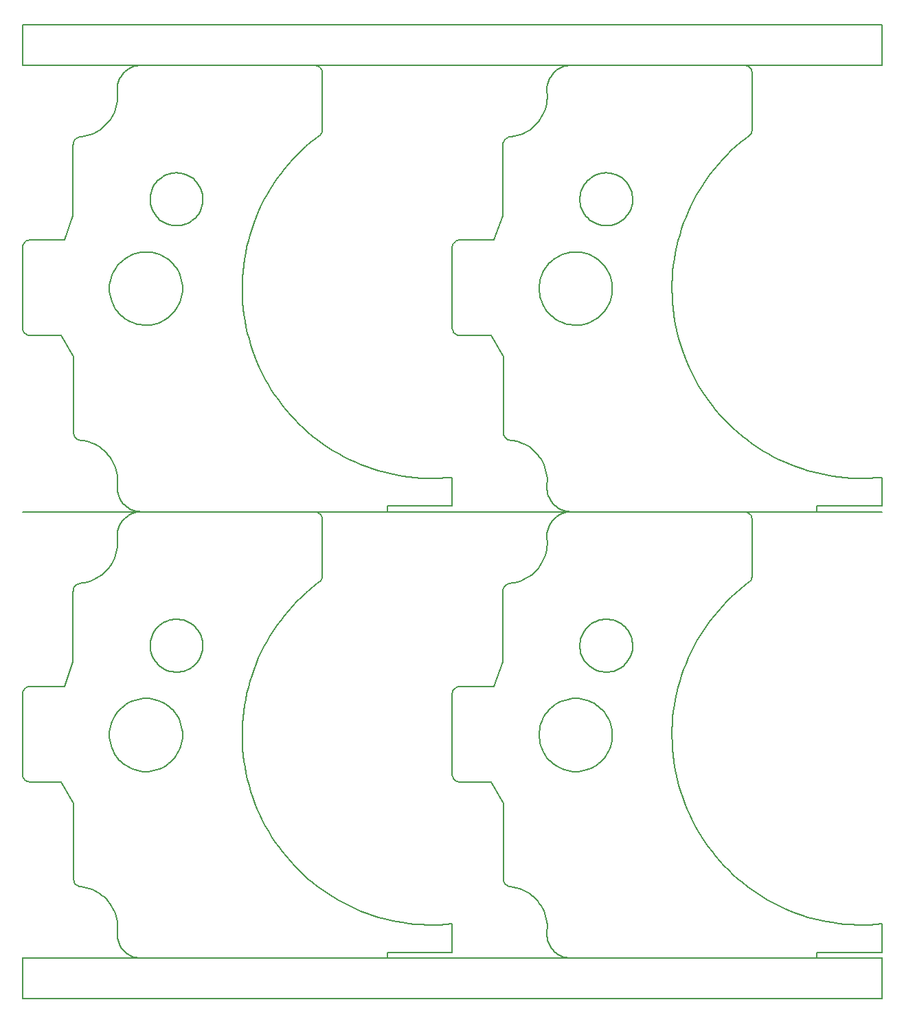
<source format=gko>
*
%FSLAX26Y26*%
%MOIN*%
%ADD10C,0.007874*%
%IPPOS*%
%LN4810009-2820242.gko*%
%LPD*%
G75*
G54D10*
X422440Y1279530D02*
X422933Y1266309D01*
X424410Y1253161D01*
X426863Y1240160D01*
X430277Y1227378D01*
X434635Y1214885D01*
X439911Y1202752D01*
X446076Y1191046D01*
X453097Y1179832D01*
X460934Y1169172D01*
X469543Y1159126D01*
X478876Y1149749D01*
X488883Y1141094D01*
X499507Y1133208D01*
X510688Y1126136D01*
X522366Y1119916D01*
X534474Y1114584D01*
X546946Y1110170D01*
X559713Y1106696D01*
X572702Y1104184D01*
X585843Y1102646D01*
X599062Y1102092D01*
X612286Y1102524D01*
X625440Y1103941D01*
X638452Y1106333D01*
X651250Y1109689D01*
X663762Y1113988D01*
X675919Y1119209D01*
X687654Y1125320D01*
X698900Y1132289D01*
X709596Y1140076D01*
X719682Y1148639D01*
X729102Y1157929D01*
X737803Y1167896D01*
X745738Y1178483D01*
X752861Y1189632D01*
X759135Y1201281D01*
X764522Y1213364D01*
X768995Y1225816D01*
X772527Y1238566D01*
X775099Y1251544D01*
X776697Y1264678D01*
X777313Y1277894D01*
X777320Y1279530D01*
X776827Y1292751D01*
X775350Y1305899D01*
X772897Y1318900D01*
X769483Y1331682D01*
X765125Y1344175D01*
X759849Y1356308D01*
X753684Y1368014D01*
X746663Y1379228D01*
X738827Y1389888D01*
X730218Y1399934D01*
X720884Y1409311D01*
X710877Y1417966D01*
X700254Y1425852D01*
X689072Y1432924D01*
X677394Y1439144D01*
X665286Y1444476D01*
X652814Y1448890D01*
X640048Y1452364D01*
X627058Y1454876D01*
X613917Y1456414D01*
X600698Y1456968D01*
X587475Y1456536D01*
X574320Y1455119D01*
X561308Y1452727D01*
X548510Y1449371D01*
X535998Y1445072D01*
X523841Y1439851D01*
X512106Y1433740D01*
X500860Y1426771D01*
X490164Y1418984D01*
X480078Y1410421D01*
X470658Y1401131D01*
X461957Y1391164D01*
X454022Y1380577D01*
X446899Y1369428D01*
X440626Y1357779D01*
X435238Y1345696D01*
X430765Y1333244D01*
X427233Y1320494D01*
X424661Y1307516D01*
X423063Y1294382D01*
X422448Y1281166D01*
X422440Y1279530D01*
X876260Y1712600D02*
X875767Y1723835D01*
X874291Y1734984D01*
X871844Y1745961D01*
X868445Y1756681D01*
X864120Y1767062D01*
X858901Y1777025D01*
X852830Y1786491D01*
X845953Y1795389D01*
X838322Y1803651D01*
X829997Y1811212D01*
X821042Y1818015D01*
X811525Y1824006D01*
X801519Y1829141D01*
X791102Y1833380D01*
X780354Y1836689D01*
X769357Y1839044D01*
X758196Y1840426D01*
X746957Y1840825D01*
X735726Y1840238D01*
X724590Y1838669D01*
X713634Y1836131D01*
X702943Y1832642D01*
X692598Y1828230D01*
X682680Y1822928D01*
X673264Y1816778D01*
X664424Y1809826D01*
X656227Y1802127D01*
X648735Y1793739D01*
X642008Y1784727D01*
X636096Y1775160D01*
X631045Y1765112D01*
X626894Y1754660D01*
X623675Y1743884D01*
X621412Y1732868D01*
X620123Y1721696D01*
X619800Y1712600D01*
X620293Y1701365D01*
X621769Y1690216D01*
X624216Y1679239D01*
X627615Y1668519D01*
X631940Y1658138D01*
X637159Y1648175D01*
X643230Y1638709D01*
X650107Y1629811D01*
X657738Y1621549D01*
X666063Y1613988D01*
X675019Y1607185D01*
X684536Y1601194D01*
X694541Y1596059D01*
X704958Y1591820D01*
X715706Y1588511D01*
X726703Y1586156D01*
X737864Y1584774D01*
X749103Y1584375D01*
X760334Y1584962D01*
X771470Y1586531D01*
X782426Y1589069D01*
X793117Y1592558D01*
X803462Y1596970D01*
X813380Y1602272D01*
X822796Y1608422D01*
X831636Y1615374D01*
X839833Y1623073D01*
X847325Y1631461D01*
X854052Y1640473D01*
X859964Y1650040D01*
X865015Y1660088D01*
X869166Y1670540D01*
X872385Y1681316D01*
X874648Y1692332D01*
X875937Y1703504D01*
X876260Y1712600D01*
X619800D02*
X620293Y1701365D01*
X621769Y1690216D01*
X624216Y1679239D01*
X627615Y1668519D01*
X631940Y1658138D01*
X637159Y1648175D01*
X643230Y1638709D01*
X650107Y1629811D01*
X657738Y1621549D01*
X666063Y1613988D01*
X675019Y1607185D01*
X684536Y1601194D01*
X694541Y1596059D01*
X704958Y1591820D01*
X715706Y1588511D01*
X726703Y1586156D01*
X737864Y1584774D01*
X749103Y1584375D01*
X760334Y1584962D01*
X771470Y1586531D01*
X782426Y1589069D01*
X793117Y1592558D01*
X803462Y1596970D01*
X813380Y1602272D01*
X822796Y1608422D01*
X831636Y1615374D01*
X839833Y1623073D01*
X847325Y1631461D01*
X854052Y1640473D01*
X859964Y1650040D01*
X865015Y1660088D01*
X869166Y1670540D01*
X872385Y1681316D01*
X874648Y1692332D01*
X875937Y1703504D01*
X876260Y1712600D01*
X875767Y1723835D01*
X874291Y1734984D01*
X871844Y1745961D01*
X868445Y1756681D01*
X864120Y1767062D01*
X858901Y1777025D01*
X852830Y1786491D01*
X845953Y1795389D01*
X838322Y1803651D01*
X829997Y1811212D01*
X821042Y1818015D01*
X811525Y1824006D01*
X801519Y1829141D01*
X791102Y1833380D01*
X780354Y1836689D01*
X769357Y1839044D01*
X758196Y1840426D01*
X746957Y1840825D01*
X735726Y1840238D01*
X724590Y1838669D01*
X713634Y1836131D01*
X702943Y1832642D01*
X692598Y1828230D01*
X682680Y1822928D01*
X673264Y1816778D01*
X664424Y1809826D01*
X656227Y1802127D01*
X648735Y1793739D01*
X642008Y1784727D01*
X636096Y1775160D01*
X631045Y1765112D01*
X626894Y1754660D01*
X623675Y1743884D01*
X621412Y1732868D01*
X620123Y1721696D01*
X619800Y1712600D01*
X422440Y1279530D02*
X422933Y1266309D01*
X424410Y1253161D01*
X426863Y1240160D01*
X430277Y1227378D01*
X434635Y1214885D01*
X439911Y1202752D01*
X446076Y1191046D01*
X453097Y1179832D01*
X460934Y1169172D01*
X469543Y1159126D01*
X478876Y1149749D01*
X488883Y1141094D01*
X499507Y1133208D01*
X510688Y1126136D01*
X522366Y1119916D01*
X534474Y1114584D01*
X546946Y1110170D01*
X559713Y1106696D01*
X572702Y1104184D01*
X585843Y1102646D01*
X599062Y1102092D01*
X612286Y1102524D01*
X625440Y1103941D01*
X638452Y1106333D01*
X651250Y1109689D01*
X663762Y1113988D01*
X675919Y1119209D01*
X687654Y1125320D01*
X698900Y1132289D01*
X709596Y1140076D01*
X719682Y1148639D01*
X729102Y1157929D01*
X737803Y1167896D01*
X745738Y1178483D01*
X752861Y1189632D01*
X759135Y1201281D01*
X764522Y1213364D01*
X768995Y1225816D01*
X772527Y1238566D01*
X775099Y1251544D01*
X776697Y1264678D01*
X777313Y1277894D01*
X777320Y1279530D01*
X776827Y1292751D01*
X775350Y1305899D01*
X772897Y1318900D01*
X769483Y1331682D01*
X765125Y1344175D01*
X759849Y1356308D01*
X753684Y1368014D01*
X746663Y1379228D01*
X738827Y1389888D01*
X730218Y1399934D01*
X720884Y1409311D01*
X710877Y1417966D01*
X700254Y1425852D01*
X689072Y1432924D01*
X677394Y1439144D01*
X665286Y1444476D01*
X652814Y1448890D01*
X640048Y1452364D01*
X627058Y1454876D01*
X613917Y1456414D01*
X600698Y1456968D01*
X587475Y1456536D01*
X574320Y1455119D01*
X561308Y1452727D01*
X548510Y1449371D01*
X535998Y1445072D01*
X523841Y1439851D01*
X512106Y1433740D01*
X500860Y1426771D01*
X490164Y1418984D01*
X480078Y1410421D01*
X470658Y1401131D01*
X461957Y1391164D01*
X454022Y1380577D01*
X446899Y1369428D01*
X440626Y1357779D01*
X435238Y1345696D01*
X430765Y1333244D01*
X427233Y1320494D01*
X424661Y1307516D01*
X423063Y1294382D01*
X422448Y1281166D01*
X422440Y1279530D01*
X619800Y1712600D02*
X620293Y1701365D01*
X621769Y1690216D01*
X624216Y1679239D01*
X627615Y1668519D01*
X631940Y1658138D01*
X637159Y1648175D01*
X643230Y1638709D01*
X650107Y1629811D01*
X657738Y1621549D01*
X666063Y1613988D01*
X675019Y1607185D01*
X684536Y1601194D01*
X694541Y1596059D01*
X704958Y1591820D01*
X715706Y1588511D01*
X726703Y1586156D01*
X737864Y1584774D01*
X749103Y1584375D01*
X760334Y1584962D01*
X771470Y1586531D01*
X782426Y1589069D01*
X793117Y1592558D01*
X803462Y1596970D01*
X813380Y1602272D01*
X822796Y1608422D01*
X831636Y1615374D01*
X839833Y1623073D01*
X847325Y1631461D01*
X854052Y1640473D01*
X859964Y1650040D01*
X865015Y1660088D01*
X869166Y1670540D01*
X872385Y1681316D01*
X874648Y1692332D01*
X875937Y1703504D01*
X876260Y1712600D01*
X875767Y1723835D01*
X874291Y1734984D01*
X871844Y1745961D01*
X868445Y1756681D01*
X864120Y1767062D01*
X858901Y1777025D01*
X852830Y1786491D01*
X845953Y1795389D01*
X838322Y1803651D01*
X829997Y1811212D01*
X821042Y1818015D01*
X811525Y1824006D01*
X801519Y1829141D01*
X791102Y1833380D01*
X780354Y1836689D01*
X769357Y1839044D01*
X758196Y1840426D01*
X746957Y1840825D01*
X735726Y1840238D01*
X724590Y1838669D01*
X713634Y1836131D01*
X702943Y1832642D01*
X692598Y1828230D01*
X682680Y1822928D01*
X673264Y1816778D01*
X664424Y1809826D01*
X656227Y1802127D01*
X648735Y1793739D01*
X642008Y1784727D01*
X636096Y1775160D01*
X631045Y1765112D01*
X626894Y1754660D01*
X623675Y1743884D01*
X621412Y1732868D01*
X620123Y1721696D01*
X619800Y1712600D01*
X282250Y2015540D02*
X276112Y2014493D01*
X270215Y2012491D01*
X264708Y2009585D01*
X259728Y2005847D01*
X255400Y2001370D01*
X251832Y1996267D01*
X249113Y1990665D01*
X247311Y1984704D01*
X246472Y1978534D01*
X246410Y1976330D01*
Y1633610D01*
X203420Y1515500D01*
X39370D01*
X33163Y1515008D01*
X27110Y1513543D01*
X21365Y1511142D01*
X16070Y1507865D01*
X11358Y1503794D01*
X7346Y1499031D01*
X4136Y1493696D01*
X1807Y1487920D01*
X418Y1481850D01*
X0Y1476130D01*
Y1090550D01*
X492Y1084343D01*
X1957Y1078290D01*
X4358Y1072545D01*
X7635Y1067250D01*
X11706Y1062538D01*
X16469Y1058526D01*
X21804Y1055316D01*
X27580Y1052987D01*
X33650Y1051598D01*
X39370Y1051180D01*
X188970D01*
X248030Y948890D01*
Y582560D01*
X248522Y576352D01*
X249987Y570300D01*
X252388Y564554D01*
X255664Y559259D01*
X259735Y554546D01*
X264497Y550535D01*
X269833Y547324D01*
X275608Y544995D01*
X281678Y543605D01*
X283610Y543370D01*
X297424Y541538D01*
X311073Y538734D01*
X324490Y534971D01*
X337607Y530268D01*
X350358Y524649D01*
X362680Y518142D01*
X374511Y510779D01*
X385790Y502598D01*
X396463Y493639D01*
X406475Y483947D01*
X415777Y473571D01*
X424320Y462563D01*
X432064Y450978D01*
X438969Y438875D01*
X444999Y426313D01*
X450126Y413356D01*
X454323Y400068D01*
X457570Y386517D01*
X459850Y372770D01*
X461151Y358897D01*
X461467Y344966D01*
X460797Y331047D01*
X460430Y327130D01*
X459810Y316355D01*
X460175Y305568D01*
X461524Y294860D01*
X463845Y284319D01*
X467118Y274035D01*
X471317Y264092D01*
X476405Y254574D01*
X482341Y245560D01*
X489075Y237125D01*
X496551Y229341D01*
X504707Y222272D01*
X513474Y215976D01*
X522778Y210507D01*
X532544Y205911D01*
X542688Y202224D01*
X553126Y199480D01*
X563771Y197699D01*
X574534Y196898D01*
X577910Y196850D01*
X1770090D01*
Y224400D01*
X2085470D01*
Y363420D01*
X2055438Y360727D01*
X2025334Y359019D01*
X1995190Y358297D01*
X1965039Y358561D01*
X1934912Y359812D01*
X1904842Y362049D01*
X1874862Y365268D01*
X1845003Y369466D01*
X1815298Y374640D01*
X1785778Y380783D01*
X1756474Y387888D01*
X1727419Y395949D01*
X1698643Y404956D01*
X1670178Y414900D01*
X1642053Y425770D01*
X1614299Y437555D01*
X1586945Y450242D01*
X1560021Y463817D01*
X1533556Y478266D01*
X1507578Y493573D01*
X1482114Y509722D01*
X1457193Y526696D01*
X1432841Y544476D01*
X1409083Y563044D01*
X1385946Y582379D01*
X1363454Y602461D01*
X1341631Y623268D01*
X1320501Y644779D01*
X1300086Y666969D01*
X1280408Y689815D01*
X1261489Y713294D01*
X1243347Y737378D01*
X1226004Y762044D01*
X1209477Y787264D01*
X1193785Y813011D01*
X1178943Y839258D01*
X1164968Y865976D01*
X1151875Y893138D01*
X1139678Y920713D01*
X1128390Y948673D01*
X1118023Y976988D01*
X1108588Y1005626D01*
X1100095Y1034558D01*
X1092554Y1063752D01*
X1085972Y1093177D01*
X1080356Y1122802D01*
X1075713Y1152595D01*
X1072048Y1182524D01*
X1069363Y1212557D01*
X1067664Y1242662D01*
X1066950Y1272806D01*
X1067223Y1302957D01*
X1068482Y1333083D01*
X1070727Y1363152D01*
X1073955Y1393132D01*
X1078162Y1422989D01*
X1083343Y1452693D01*
X1089494Y1482212D01*
X1096608Y1511513D01*
X1104677Y1540566D01*
X1113692Y1569339D01*
X1123644Y1597802D01*
X1134522Y1625924D01*
X1146315Y1653675D01*
X1159009Y1681025D01*
X1172592Y1707945D01*
X1187048Y1734406D01*
X1202363Y1760380D01*
X1218519Y1785839D01*
X1235500Y1810756D01*
X1253287Y1835103D01*
X1271861Y1858855D01*
X1291203Y1881987D01*
X1311291Y1904473D01*
X1332105Y1926290D01*
X1353621Y1947414D01*
X1375817Y1967823D01*
X1398669Y1987495D01*
X1422152Y2006408D01*
X1439580Y2019650D01*
X1444274Y2023742D01*
X1448265Y2028523D01*
X1451451Y2033874D01*
X1453755Y2039660D01*
X1455117Y2045737D01*
X1455510Y2051280D01*
Y2322830D01*
X1455018Y2329038D01*
X1453554Y2335091D01*
X1451154Y2340837D01*
X1447878Y2346133D01*
X1443808Y2350846D01*
X1439045Y2354859D01*
X1433710Y2358070D01*
X1427935Y2360400D01*
X1421865Y2361791D01*
X1416140Y2362210D01*
X577910D01*
X567128Y2361717D01*
X556437Y2360242D01*
X545924Y2357796D01*
X535679Y2354402D01*
X525787Y2350086D01*
X516329Y2344885D01*
X507386Y2338843D01*
X499032Y2332010D01*
X491337Y2324442D01*
X484364Y2316204D01*
X478173Y2307363D01*
X472814Y2297994D01*
X468333Y2288175D01*
X464767Y2277989D01*
X462146Y2267519D01*
X460492Y2256853D01*
X459818Y2246081D01*
X460130Y2235293D01*
X460430Y2231930D01*
X461376Y2218026D01*
X461337Y2204089D01*
X460311Y2190191D01*
X458305Y2176400D01*
X455328Y2162785D01*
X451395Y2149415D01*
X446526Y2136357D01*
X440746Y2123675D01*
X434083Y2111435D01*
X426571Y2099697D01*
X418247Y2088519D01*
X409154Y2077958D01*
X399336Y2068068D01*
X388843Y2058896D01*
X377727Y2050490D01*
X366044Y2042891D01*
X353854Y2036138D01*
X341215Y2030264D01*
X328194Y2025299D01*
X314853Y2021267D01*
X301261Y2018190D01*
X287485Y2016082D01*
X282250Y2015540D01*
X422440Y3444890D02*
X422933Y3431669D01*
X424410Y3418521D01*
X426863Y3405520D01*
X430277Y3392738D01*
X434635Y3380245D01*
X439911Y3368112D01*
X446076Y3356406D01*
X453097Y3345192D01*
X460934Y3334532D01*
X469543Y3324486D01*
X478876Y3315109D01*
X488883Y3306454D01*
X499507Y3298568D01*
X510688Y3291496D01*
X522366Y3285276D01*
X534474Y3279944D01*
X546946Y3275530D01*
X559713Y3272056D01*
X572702Y3269544D01*
X585843Y3268006D01*
X599062Y3267452D01*
X612286Y3267884D01*
X625440Y3269301D01*
X638452Y3271693D01*
X651250Y3275049D01*
X663762Y3279349D01*
X675919Y3284569D01*
X687654Y3290680D01*
X698900Y3297649D01*
X709596Y3305436D01*
X719682Y3313999D01*
X729102Y3323289D01*
X737803Y3333256D01*
X745738Y3343843D01*
X752861Y3354992D01*
X759135Y3366641D01*
X764522Y3378724D01*
X768995Y3391176D01*
X772527Y3403926D01*
X775099Y3416904D01*
X776697Y3430038D01*
X777313Y3443254D01*
X777320Y3444890D01*
X776827Y3458111D01*
X775350Y3471259D01*
X772897Y3484260D01*
X769483Y3497043D01*
X765125Y3509535D01*
X759849Y3521668D01*
X753684Y3533374D01*
X746663Y3544588D01*
X738827Y3555248D01*
X730218Y3565294D01*
X720884Y3574671D01*
X710877Y3583326D01*
X700254Y3591212D01*
X689072Y3598284D01*
X677394Y3604504D01*
X665286Y3609836D01*
X652814Y3614250D01*
X640048Y3617724D01*
X627058Y3620236D01*
X613917Y3621774D01*
X600698Y3622328D01*
X587475Y3621896D01*
X574320Y3620480D01*
X561308Y3618087D01*
X548510Y3614731D01*
X535998Y3610432D01*
X523841Y3605212D01*
X512106Y3599100D01*
X500860Y3592131D01*
X490164Y3584344D01*
X480078Y3575781D01*
X470658Y3566491D01*
X461957Y3556524D01*
X454022Y3545937D01*
X446899Y3534788D01*
X440626Y3523139D01*
X435238Y3511056D01*
X430765Y3498604D01*
X427233Y3485854D01*
X424661Y3472876D01*
X423063Y3459742D01*
X422448Y3446526D01*
X422440Y3444890D01*
X876260Y3877960D02*
X875767Y3889195D01*
X874291Y3900344D01*
X871844Y3911321D01*
X868445Y3922041D01*
X864120Y3932422D01*
X858901Y3942385D01*
X852830Y3951851D01*
X845953Y3960750D01*
X838322Y3969011D01*
X829997Y3976572D01*
X821042Y3983375D01*
X811525Y3989366D01*
X801519Y3994501D01*
X791102Y3998740D01*
X780354Y4002049D01*
X769357Y4004404D01*
X758196Y4005786D01*
X746957Y4006186D01*
X735726Y4005598D01*
X724590Y4004029D01*
X713634Y4001491D01*
X702943Y3998002D01*
X692598Y3993590D01*
X682680Y3988288D01*
X673264Y3982138D01*
X664424Y3975186D01*
X656227Y3967487D01*
X648735Y3959099D01*
X642008Y3950087D01*
X636096Y3940520D01*
X631045Y3930472D01*
X626894Y3920020D01*
X623675Y3909244D01*
X621412Y3898228D01*
X620123Y3887056D01*
X619800Y3877960D01*
X620293Y3866725D01*
X621769Y3855576D01*
X624216Y3844599D01*
X627615Y3833879D01*
X631940Y3823498D01*
X637159Y3813536D01*
X643230Y3804069D01*
X650107Y3795171D01*
X657738Y3786909D01*
X666063Y3779348D01*
X675019Y3772545D01*
X684536Y3766554D01*
X694541Y3761419D01*
X704958Y3757180D01*
X715706Y3753871D01*
X726703Y3751516D01*
X737864Y3750134D01*
X749103Y3749735D01*
X760334Y3750322D01*
X771470Y3751891D01*
X782426Y3754429D01*
X793117Y3757918D01*
X803462Y3762330D01*
X813380Y3767632D01*
X822796Y3773782D01*
X831636Y3780734D01*
X839833Y3788433D01*
X847325Y3796821D01*
X854052Y3805833D01*
X859964Y3815400D01*
X865015Y3825448D01*
X869166Y3835900D01*
X872385Y3846676D01*
X874648Y3857692D01*
X875937Y3868864D01*
X876260Y3877960D01*
X619800D02*
X620293Y3866725D01*
X621769Y3855576D01*
X624216Y3844599D01*
X627615Y3833879D01*
X631940Y3823498D01*
X637159Y3813536D01*
X643230Y3804069D01*
X650107Y3795171D01*
X657738Y3786909D01*
X666063Y3779348D01*
X675019Y3772545D01*
X684536Y3766554D01*
X694541Y3761419D01*
X704958Y3757180D01*
X715706Y3753871D01*
X726703Y3751516D01*
X737864Y3750134D01*
X749103Y3749735D01*
X760334Y3750322D01*
X771470Y3751891D01*
X782426Y3754429D01*
X793117Y3757918D01*
X803462Y3762330D01*
X813380Y3767632D01*
X822796Y3773782D01*
X831636Y3780734D01*
X839833Y3788433D01*
X847325Y3796821D01*
X854052Y3805833D01*
X859964Y3815400D01*
X865015Y3825448D01*
X869166Y3835900D01*
X872385Y3846676D01*
X874648Y3857692D01*
X875937Y3868864D01*
X876260Y3877960D01*
X875767Y3889195D01*
X874291Y3900344D01*
X871844Y3911321D01*
X868445Y3922041D01*
X864120Y3932422D01*
X858901Y3942385D01*
X852830Y3951851D01*
X845953Y3960750D01*
X838322Y3969011D01*
X829997Y3976572D01*
X821042Y3983375D01*
X811525Y3989366D01*
X801519Y3994501D01*
X791102Y3998740D01*
X780354Y4002049D01*
X769357Y4004404D01*
X758196Y4005786D01*
X746957Y4006186D01*
X735726Y4005598D01*
X724590Y4004029D01*
X713634Y4001491D01*
X702943Y3998002D01*
X692598Y3993590D01*
X682680Y3988288D01*
X673264Y3982138D01*
X664424Y3975186D01*
X656227Y3967487D01*
X648735Y3959099D01*
X642008Y3950087D01*
X636096Y3940520D01*
X631045Y3930472D01*
X626894Y3920020D01*
X623675Y3909244D01*
X621412Y3898228D01*
X620123Y3887056D01*
X619800Y3877960D01*
X422440Y3444890D02*
X422933Y3431669D01*
X424410Y3418521D01*
X426863Y3405520D01*
X430277Y3392738D01*
X434635Y3380245D01*
X439911Y3368112D01*
X446076Y3356406D01*
X453097Y3345192D01*
X460934Y3334532D01*
X469543Y3324486D01*
X478876Y3315109D01*
X488883Y3306454D01*
X499507Y3298568D01*
X510688Y3291496D01*
X522366Y3285276D01*
X534474Y3279944D01*
X546946Y3275530D01*
X559713Y3272056D01*
X572702Y3269544D01*
X585843Y3268006D01*
X599062Y3267452D01*
X612286Y3267884D01*
X625440Y3269301D01*
X638452Y3271693D01*
X651250Y3275049D01*
X663762Y3279349D01*
X675919Y3284569D01*
X687654Y3290680D01*
X698900Y3297649D01*
X709596Y3305436D01*
X719682Y3313999D01*
X729102Y3323289D01*
X737803Y3333256D01*
X745738Y3343843D01*
X752861Y3354992D01*
X759135Y3366641D01*
X764522Y3378724D01*
X768995Y3391176D01*
X772527Y3403926D01*
X775099Y3416904D01*
X776697Y3430038D01*
X777313Y3443254D01*
X777320Y3444890D01*
X776827Y3458111D01*
X775350Y3471259D01*
X772897Y3484260D01*
X769483Y3497043D01*
X765125Y3509535D01*
X759849Y3521668D01*
X753684Y3533374D01*
X746663Y3544588D01*
X738827Y3555248D01*
X730218Y3565294D01*
X720884Y3574671D01*
X710877Y3583326D01*
X700254Y3591212D01*
X689072Y3598284D01*
X677394Y3604504D01*
X665286Y3609836D01*
X652814Y3614250D01*
X640048Y3617724D01*
X627058Y3620236D01*
X613917Y3621774D01*
X600698Y3622328D01*
X587475Y3621896D01*
X574320Y3620480D01*
X561308Y3618087D01*
X548510Y3614731D01*
X535998Y3610432D01*
X523841Y3605212D01*
X512106Y3599100D01*
X500860Y3592131D01*
X490164Y3584344D01*
X480078Y3575781D01*
X470658Y3566491D01*
X461957Y3556524D01*
X454022Y3545937D01*
X446899Y3534788D01*
X440626Y3523139D01*
X435238Y3511056D01*
X430765Y3498604D01*
X427233Y3485854D01*
X424661Y3472876D01*
X423063Y3459742D01*
X422448Y3446526D01*
X422440Y3444890D01*
X619800Y3877960D02*
X620293Y3866725D01*
X621769Y3855576D01*
X624216Y3844599D01*
X627615Y3833879D01*
X631940Y3823498D01*
X637159Y3813536D01*
X643230Y3804069D01*
X650107Y3795171D01*
X657738Y3786909D01*
X666063Y3779348D01*
X675019Y3772545D01*
X684536Y3766554D01*
X694541Y3761419D01*
X704958Y3757180D01*
X715706Y3753871D01*
X726703Y3751516D01*
X737864Y3750134D01*
X749103Y3749735D01*
X760334Y3750322D01*
X771470Y3751891D01*
X782426Y3754429D01*
X793117Y3757918D01*
X803462Y3762330D01*
X813380Y3767632D01*
X822796Y3773782D01*
X831636Y3780734D01*
X839833Y3788433D01*
X847325Y3796821D01*
X854052Y3805833D01*
X859964Y3815400D01*
X865015Y3825448D01*
X869166Y3835900D01*
X872385Y3846676D01*
X874648Y3857692D01*
X875937Y3868864D01*
X876260Y3877960D01*
X875767Y3889195D01*
X874291Y3900344D01*
X871844Y3911321D01*
X868445Y3922041D01*
X864120Y3932422D01*
X858901Y3942385D01*
X852830Y3951851D01*
X845953Y3960750D01*
X838322Y3969011D01*
X829997Y3976572D01*
X821042Y3983375D01*
X811525Y3989366D01*
X801519Y3994501D01*
X791102Y3998740D01*
X780354Y4002049D01*
X769357Y4004404D01*
X758196Y4005786D01*
X746957Y4006186D01*
X735726Y4005598D01*
X724590Y4004029D01*
X713634Y4001491D01*
X702943Y3998002D01*
X692598Y3993590D01*
X682680Y3988288D01*
X673264Y3982138D01*
X664424Y3975186D01*
X656227Y3967487D01*
X648735Y3959099D01*
X642008Y3950087D01*
X636096Y3940520D01*
X631045Y3930472D01*
X626894Y3920020D01*
X623675Y3909244D01*
X621412Y3898228D01*
X620123Y3887056D01*
X619800Y3877960D01*
X282250Y4180900D02*
X276112Y4179853D01*
X270215Y4177851D01*
X264708Y4174945D01*
X259728Y4171207D01*
X255400Y4166730D01*
X251832Y4161627D01*
X249113Y4156025D01*
X247311Y4150064D01*
X246472Y4143894D01*
X246410Y4141690D01*
Y3798970D01*
X203420Y3680860D01*
X39370D01*
X33163Y3680368D01*
X27110Y3678903D01*
X21365Y3676502D01*
X16070Y3673225D01*
X11358Y3669154D01*
X7346Y3664391D01*
X4136Y3659056D01*
X1807Y3653281D01*
X418Y3647211D01*
X0Y3641490D01*
Y3255910D01*
X492Y3249703D01*
X1957Y3243650D01*
X4358Y3237905D01*
X7635Y3232610D01*
X11706Y3227898D01*
X16469Y3223886D01*
X21804Y3220676D01*
X27580Y3218347D01*
X33650Y3216958D01*
X39370Y3216540D01*
X188970D01*
X248030Y3114250D01*
Y2747920D01*
X248522Y2741713D01*
X249987Y2735660D01*
X252388Y2729914D01*
X255664Y2724619D01*
X259735Y2719906D01*
X264497Y2715895D01*
X269833Y2712684D01*
X275608Y2710355D01*
X281678Y2708965D01*
X283610Y2708730D01*
X297424Y2706899D01*
X311073Y2704094D01*
X324490Y2700331D01*
X337607Y2695628D01*
X350358Y2690009D01*
X362680Y2683502D01*
X374511Y2676139D01*
X385790Y2667958D01*
X396463Y2658999D01*
X406475Y2649307D01*
X415777Y2638931D01*
X424320Y2627923D01*
X432064Y2616338D01*
X438969Y2604235D01*
X444999Y2591673D01*
X450126Y2578716D01*
X454323Y2565428D01*
X457570Y2551877D01*
X459850Y2538131D01*
X461151Y2524257D01*
X461467Y2510326D01*
X460797Y2496407D01*
X460430Y2492490D01*
X459810Y2481715D01*
X460175Y2470928D01*
X461524Y2460220D01*
X463845Y2449679D01*
X467118Y2439395D01*
X471317Y2429452D01*
X476405Y2419934D01*
X482341Y2410920D01*
X489075Y2402485D01*
X496551Y2394701D01*
X504707Y2387632D01*
X513474Y2381336D01*
X522778Y2375867D01*
X532544Y2371271D01*
X542688Y2367584D01*
X553126Y2364840D01*
X563771Y2363059D01*
X574534Y2362258D01*
X577910Y2362210D01*
X1770090D01*
Y2389760D01*
X2085470D01*
Y2528780D01*
X2055438Y2526087D01*
X2025334Y2524379D01*
X1995190Y2523657D01*
X1965039Y2523921D01*
X1934912Y2525172D01*
X1904842Y2527409D01*
X1874862Y2530628D01*
X1845003Y2534826D01*
X1815298Y2540000D01*
X1785778Y2546143D01*
X1756474Y2553248D01*
X1727419Y2561309D01*
X1698643Y2570316D01*
X1670178Y2580260D01*
X1642053Y2591130D01*
X1614299Y2602915D01*
X1586945Y2615602D01*
X1560021Y2629177D01*
X1533556Y2643626D01*
X1507578Y2658933D01*
X1482114Y2675082D01*
X1457193Y2692056D01*
X1432841Y2709836D01*
X1409083Y2728404D01*
X1385946Y2747739D01*
X1363454Y2767821D01*
X1341631Y2788628D01*
X1320501Y2810139D01*
X1300086Y2832329D01*
X1280408Y2855175D01*
X1261489Y2878654D01*
X1243347Y2902738D01*
X1226004Y2927404D01*
X1209477Y2952624D01*
X1193785Y2978371D01*
X1178943Y3004618D01*
X1164968Y3031336D01*
X1151875Y3058498D01*
X1139678Y3086073D01*
X1128390Y3114033D01*
X1118023Y3142348D01*
X1108588Y3170986D01*
X1100095Y3199918D01*
X1092554Y3229112D01*
X1085972Y3258537D01*
X1080356Y3288163D01*
X1075713Y3317955D01*
X1072048Y3347884D01*
X1069363Y3377917D01*
X1067664Y3408022D01*
X1066950Y3438166D01*
X1067223Y3468317D01*
X1068482Y3498444D01*
X1070727Y3528512D01*
X1073955Y3558492D01*
X1078162Y3588349D01*
X1083343Y3618053D01*
X1089494Y3647572D01*
X1096608Y3676873D01*
X1104677Y3705926D01*
X1113692Y3734699D01*
X1123644Y3763162D01*
X1134522Y3791284D01*
X1146315Y3819035D01*
X1159009Y3846385D01*
X1172592Y3873305D01*
X1187048Y3899766D01*
X1202363Y3925740D01*
X1218519Y3951199D01*
X1235500Y3976116D01*
X1253287Y4000463D01*
X1271861Y4024215D01*
X1291203Y4047347D01*
X1311291Y4069833D01*
X1332105Y4091650D01*
X1353621Y4112775D01*
X1375817Y4133183D01*
X1398669Y4152855D01*
X1422152Y4171768D01*
X1439580Y4185010D01*
X1444274Y4189102D01*
X1448265Y4193883D01*
X1451451Y4199234D01*
X1453755Y4205020D01*
X1455117Y4211097D01*
X1455510Y4216640D01*
Y4488190D01*
X1455018Y4494398D01*
X1453554Y4500451D01*
X1451154Y4506197D01*
X1447878Y4511493D01*
X1443808Y4516206D01*
X1439045Y4520219D01*
X1433710Y4523430D01*
X1427935Y4525760D01*
X1421865Y4527151D01*
X1416140Y4527570D01*
X577910D01*
X567128Y4527077D01*
X556437Y4525602D01*
X545924Y4523156D01*
X535679Y4519762D01*
X525787Y4515446D01*
X516329Y4510245D01*
X507386Y4504203D01*
X499032Y4497370D01*
X491337Y4489802D01*
X484364Y4481564D01*
X478173Y4472723D01*
X472814Y4463354D01*
X468333Y4453536D01*
X464767Y4443349D01*
X462146Y4432879D01*
X460492Y4422213D01*
X459818Y4411441D01*
X460130Y4400653D01*
X460430Y4397290D01*
X461376Y4383386D01*
X461337Y4369450D01*
X460311Y4355551D01*
X458305Y4341760D01*
X455328Y4328145D01*
X451395Y4314775D01*
X446526Y4301717D01*
X440746Y4289036D01*
X434083Y4276795D01*
X426571Y4265057D01*
X418247Y4253879D01*
X409154Y4243318D01*
X399336Y4233428D01*
X388843Y4224256D01*
X377727Y4215850D01*
X366044Y4208251D01*
X353854Y4201498D01*
X341215Y4195624D01*
X328194Y4190659D01*
X314853Y4186627D01*
X301261Y4183550D01*
X287485Y4181442D01*
X282250Y4180900D01*
X2507910Y1279530D02*
X2508403Y1266309D01*
X2509880Y1253161D01*
X2512333Y1240160D01*
X2515747Y1227378D01*
X2520105Y1214885D01*
X2525381Y1202752D01*
X2531546Y1191046D01*
X2538567Y1179832D01*
X2546404Y1169172D01*
X2555013Y1159126D01*
X2564347Y1149749D01*
X2574353Y1141094D01*
X2584977Y1133208D01*
X2596158Y1126136D01*
X2607836Y1119916D01*
X2619944Y1114584D01*
X2632416Y1110170D01*
X2645183Y1106696D01*
X2658173Y1104184D01*
X2671313Y1102646D01*
X2684532Y1102092D01*
X2697756Y1102524D01*
X2710910Y1103941D01*
X2723922Y1106333D01*
X2736720Y1109689D01*
X2749232Y1113988D01*
X2761390Y1119209D01*
X2773124Y1125320D01*
X2784370Y1132289D01*
X2795066Y1140076D01*
X2805152Y1148639D01*
X2814572Y1157929D01*
X2823273Y1167896D01*
X2831208Y1178483D01*
X2838331Y1189632D01*
X2844605Y1201281D01*
X2849992Y1213364D01*
X2854465Y1225816D01*
X2857997Y1238566D01*
X2860569Y1251544D01*
X2862168Y1264678D01*
X2862783Y1277894D01*
X2862790Y1279530D01*
X2862297Y1292751D01*
X2860820Y1305899D01*
X2858367Y1318900D01*
X2854953Y1331682D01*
X2850595Y1344175D01*
X2845319Y1356308D01*
X2839154Y1368014D01*
X2832133Y1379228D01*
X2824297Y1389888D01*
X2815688Y1399934D01*
X2806354Y1409311D01*
X2796347Y1417966D01*
X2785724Y1425852D01*
X2774542Y1432924D01*
X2762865Y1439144D01*
X2750756Y1444476D01*
X2738284Y1448890D01*
X2725518Y1452364D01*
X2712528Y1454876D01*
X2699387Y1456414D01*
X2686168Y1456968D01*
X2672945Y1456536D01*
X2659790Y1455119D01*
X2646778Y1452727D01*
X2633980Y1449371D01*
X2621468Y1445072D01*
X2609311Y1439851D01*
X2597576Y1433740D01*
X2586330Y1426771D01*
X2575634Y1418984D01*
X2565548Y1410421D01*
X2556129Y1401131D01*
X2547427Y1391164D01*
X2539493Y1380577D01*
X2532369Y1369428D01*
X2526096Y1357779D01*
X2520708Y1345696D01*
X2516236Y1333244D01*
X2512703Y1320494D01*
X2510131Y1307516D01*
X2508533Y1294382D01*
X2507918Y1281166D01*
X2507910Y1279530D01*
X2961730Y1712600D02*
X2961237Y1723835D01*
X2959761Y1734984D01*
X2957314Y1745961D01*
X2953915Y1756681D01*
X2949590Y1767062D01*
X2944371Y1777025D01*
X2938300Y1786491D01*
X2931423Y1795389D01*
X2923792Y1803651D01*
X2915467Y1811212D01*
X2906512Y1818015D01*
X2896995Y1824006D01*
X2886989Y1829141D01*
X2876572Y1833380D01*
X2865824Y1836689D01*
X2854827Y1839044D01*
X2843666Y1840426D01*
X2832427Y1840825D01*
X2821196Y1840238D01*
X2810060Y1838669D01*
X2799104Y1836131D01*
X2788413Y1832642D01*
X2778068Y1828230D01*
X2768150Y1822928D01*
X2758734Y1816778D01*
X2749894Y1809826D01*
X2741697Y1802127D01*
X2734206Y1793739D01*
X2727478Y1784727D01*
X2721566Y1775160D01*
X2716515Y1765112D01*
X2712364Y1754660D01*
X2709145Y1743884D01*
X2706882Y1732868D01*
X2705593Y1721696D01*
X2705270Y1712600D01*
X2705763Y1701365D01*
X2707239Y1690216D01*
X2709686Y1679239D01*
X2713085Y1668519D01*
X2717411Y1658138D01*
X2722629Y1648175D01*
X2728700Y1638709D01*
X2735577Y1629811D01*
X2743208Y1621549D01*
X2751533Y1613988D01*
X2760489Y1607185D01*
X2770006Y1601194D01*
X2780011Y1596059D01*
X2790428Y1591820D01*
X2801176Y1588511D01*
X2812173Y1586156D01*
X2823334Y1584774D01*
X2834573Y1584375D01*
X2845804Y1584962D01*
X2856940Y1586531D01*
X2867896Y1589069D01*
X2878588Y1592558D01*
X2888932Y1596970D01*
X2898850Y1602272D01*
X2908266Y1608422D01*
X2917106Y1615374D01*
X2925303Y1623073D01*
X2932795Y1631461D01*
X2939522Y1640473D01*
X2945434Y1650040D01*
X2950485Y1660088D01*
X2954636Y1670540D01*
X2957855Y1681316D01*
X2960118Y1692332D01*
X2961407Y1703504D01*
X2961730Y1712600D01*
X2705270D02*
X2705763Y1701365D01*
X2707239Y1690216D01*
X2709686Y1679239D01*
X2713085Y1668519D01*
X2717411Y1658138D01*
X2722629Y1648175D01*
X2728700Y1638709D01*
X2735577Y1629811D01*
X2743208Y1621549D01*
X2751533Y1613988D01*
X2760489Y1607185D01*
X2770006Y1601194D01*
X2780011Y1596059D01*
X2790428Y1591820D01*
X2801176Y1588511D01*
X2812173Y1586156D01*
X2823334Y1584774D01*
X2834573Y1584375D01*
X2845804Y1584962D01*
X2856940Y1586531D01*
X2867896Y1589069D01*
X2878588Y1592558D01*
X2888932Y1596970D01*
X2898850Y1602272D01*
X2908266Y1608422D01*
X2917106Y1615374D01*
X2925303Y1623073D01*
X2932795Y1631461D01*
X2939522Y1640473D01*
X2945434Y1650040D01*
X2950485Y1660088D01*
X2954636Y1670540D01*
X2957855Y1681316D01*
X2960118Y1692332D01*
X2961407Y1703504D01*
X2961730Y1712600D01*
X2961237Y1723835D01*
X2959761Y1734984D01*
X2957314Y1745961D01*
X2953915Y1756681D01*
X2949590Y1767062D01*
X2944371Y1777025D01*
X2938300Y1786491D01*
X2931423Y1795389D01*
X2923792Y1803651D01*
X2915467Y1811212D01*
X2906512Y1818015D01*
X2896995Y1824006D01*
X2886989Y1829141D01*
X2876572Y1833380D01*
X2865824Y1836689D01*
X2854827Y1839044D01*
X2843666Y1840426D01*
X2832427Y1840825D01*
X2821196Y1840238D01*
X2810060Y1838669D01*
X2799104Y1836131D01*
X2788413Y1832642D01*
X2778068Y1828230D01*
X2768150Y1822928D01*
X2758734Y1816778D01*
X2749894Y1809826D01*
X2741697Y1802127D01*
X2734206Y1793739D01*
X2727478Y1784727D01*
X2721566Y1775160D01*
X2716515Y1765112D01*
X2712364Y1754660D01*
X2709145Y1743884D01*
X2706882Y1732868D01*
X2705593Y1721696D01*
X2705270Y1712600D01*
X2507910Y1279530D02*
X2508403Y1266309D01*
X2509880Y1253161D01*
X2512333Y1240160D01*
X2515747Y1227378D01*
X2520105Y1214885D01*
X2525381Y1202752D01*
X2531546Y1191046D01*
X2538567Y1179832D01*
X2546404Y1169172D01*
X2555013Y1159126D01*
X2564347Y1149749D01*
X2574353Y1141094D01*
X2584977Y1133208D01*
X2596158Y1126136D01*
X2607836Y1119916D01*
X2619944Y1114584D01*
X2632416Y1110170D01*
X2645183Y1106696D01*
X2658173Y1104184D01*
X2671313Y1102646D01*
X2684532Y1102092D01*
X2697756Y1102524D01*
X2710910Y1103941D01*
X2723922Y1106333D01*
X2736720Y1109689D01*
X2749232Y1113988D01*
X2761390Y1119209D01*
X2773124Y1125320D01*
X2784370Y1132289D01*
X2795066Y1140076D01*
X2805152Y1148639D01*
X2814572Y1157929D01*
X2823273Y1167896D01*
X2831208Y1178483D01*
X2838331Y1189632D01*
X2844605Y1201281D01*
X2849992Y1213364D01*
X2854465Y1225816D01*
X2857997Y1238566D01*
X2860569Y1251544D01*
X2862168Y1264678D01*
X2862783Y1277894D01*
X2862790Y1279530D01*
X2862297Y1292751D01*
X2860820Y1305899D01*
X2858367Y1318900D01*
X2854953Y1331682D01*
X2850595Y1344175D01*
X2845319Y1356308D01*
X2839154Y1368014D01*
X2832133Y1379228D01*
X2824297Y1389888D01*
X2815688Y1399934D01*
X2806354Y1409311D01*
X2796347Y1417966D01*
X2785724Y1425852D01*
X2774542Y1432924D01*
X2762865Y1439144D01*
X2750756Y1444476D01*
X2738284Y1448890D01*
X2725518Y1452364D01*
X2712528Y1454876D01*
X2699387Y1456414D01*
X2686168Y1456968D01*
X2672945Y1456536D01*
X2659790Y1455119D01*
X2646778Y1452727D01*
X2633980Y1449371D01*
X2621468Y1445072D01*
X2609311Y1439851D01*
X2597576Y1433740D01*
X2586330Y1426771D01*
X2575634Y1418984D01*
X2565548Y1410421D01*
X2556129Y1401131D01*
X2547427Y1391164D01*
X2539493Y1380577D01*
X2532369Y1369428D01*
X2526096Y1357779D01*
X2520708Y1345696D01*
X2516236Y1333244D01*
X2512703Y1320494D01*
X2510131Y1307516D01*
X2508533Y1294382D01*
X2507918Y1281166D01*
X2507910Y1279530D01*
X2705270Y1712600D02*
X2705763Y1701365D01*
X2707239Y1690216D01*
X2709686Y1679239D01*
X2713085Y1668519D01*
X2717411Y1658138D01*
X2722629Y1648175D01*
X2728700Y1638709D01*
X2735577Y1629811D01*
X2743208Y1621549D01*
X2751533Y1613988D01*
X2760489Y1607185D01*
X2770006Y1601194D01*
X2780011Y1596059D01*
X2790428Y1591820D01*
X2801176Y1588511D01*
X2812173Y1586156D01*
X2823334Y1584774D01*
X2834573Y1584375D01*
X2845804Y1584962D01*
X2856940Y1586531D01*
X2867896Y1589069D01*
X2878588Y1592558D01*
X2888932Y1596970D01*
X2898850Y1602272D01*
X2908266Y1608422D01*
X2917106Y1615374D01*
X2925303Y1623073D01*
X2932795Y1631461D01*
X2939522Y1640473D01*
X2945434Y1650040D01*
X2950485Y1660088D01*
X2954636Y1670540D01*
X2957855Y1681316D01*
X2960118Y1692332D01*
X2961407Y1703504D01*
X2961730Y1712600D01*
X2961237Y1723835D01*
X2959761Y1734984D01*
X2957314Y1745961D01*
X2953915Y1756681D01*
X2949590Y1767062D01*
X2944371Y1777025D01*
X2938300Y1786491D01*
X2931423Y1795389D01*
X2923792Y1803651D01*
X2915467Y1811212D01*
X2906512Y1818015D01*
X2896995Y1824006D01*
X2886989Y1829141D01*
X2876572Y1833380D01*
X2865824Y1836689D01*
X2854827Y1839044D01*
X2843666Y1840426D01*
X2832427Y1840825D01*
X2821196Y1840238D01*
X2810060Y1838669D01*
X2799104Y1836131D01*
X2788413Y1832642D01*
X2778068Y1828230D01*
X2768150Y1822928D01*
X2758734Y1816778D01*
X2749894Y1809826D01*
X2741697Y1802127D01*
X2734206Y1793739D01*
X2727478Y1784727D01*
X2721566Y1775160D01*
X2716515Y1765112D01*
X2712364Y1754660D01*
X2709145Y1743884D01*
X2706882Y1732868D01*
X2705593Y1721696D01*
X2705270Y1712600D01*
X2367720Y2015540D02*
X2361582Y2014493D01*
X2355685Y2012491D01*
X2350178Y2009585D01*
X2345198Y2005847D01*
X2340870Y2001370D01*
X2337302Y1996267D01*
X2334583Y1990665D01*
X2332781Y1984704D01*
X2331942Y1978534D01*
X2331880Y1976330D01*
Y1633610D01*
X2288890Y1515500D01*
X2124840D01*
X2118633Y1515008D01*
X2112580Y1513543D01*
X2106835Y1511142D01*
X2101540Y1507865D01*
X2096828Y1503794D01*
X2092816Y1499031D01*
X2089606Y1493696D01*
X2087277Y1487920D01*
X2085888Y1481850D01*
X2085470Y1476130D01*
Y1090550D01*
X2085963Y1084343D01*
X2087428Y1078290D01*
X2089829Y1072545D01*
X2093105Y1067250D01*
X2097176Y1062538D01*
X2101939Y1058526D01*
X2107275Y1055316D01*
X2113050Y1052987D01*
X2119120Y1051598D01*
X2124840Y1051180D01*
X2274440D01*
X2333500Y948890D01*
Y582560D01*
X2333992Y576352D01*
X2335457Y570300D01*
X2337858Y564554D01*
X2341134Y559259D01*
X2345205Y554546D01*
X2349968Y550535D01*
X2355303Y547324D01*
X2361078Y544995D01*
X2367148Y543605D01*
X2369080Y543370D01*
X2382894Y541538D01*
X2396543Y538734D01*
X2409960Y534971D01*
X2423077Y530268D01*
X2435828Y524649D01*
X2448150Y518142D01*
X2459981Y510779D01*
X2471261Y502598D01*
X2481933Y493639D01*
X2491945Y483947D01*
X2501247Y473571D01*
X2509791Y462563D01*
X2517534Y450978D01*
X2524439Y438875D01*
X2530469Y426313D01*
X2535596Y413356D01*
X2539794Y400068D01*
X2543040Y386517D01*
X2545320Y372770D01*
X2546621Y358897D01*
X2546938Y344966D01*
X2546267Y331047D01*
X2545900Y327130D01*
X2545280Y316355D01*
X2545645Y305568D01*
X2546994Y294860D01*
X2549315Y284319D01*
X2552588Y274035D01*
X2556787Y264092D01*
X2561875Y254574D01*
X2567811Y245560D01*
X2574546Y237125D01*
X2582022Y229341D01*
X2590177Y222272D01*
X2598944Y215976D01*
X2608249Y210507D01*
X2618014Y205911D01*
X2628158Y202224D01*
X2638596Y199480D01*
X2649241Y197699D01*
X2660004Y196898D01*
X2663380Y196850D01*
X3855560D01*
Y224400D01*
X4170940D01*
Y363420D01*
X4140908Y360727D01*
X4110804Y359019D01*
X4080660Y358297D01*
X4050509Y358561D01*
X4020382Y359812D01*
X3990313Y362049D01*
X3960332Y365268D01*
X3930473Y369466D01*
X3900768Y374640D01*
X3871248Y380783D01*
X3841944Y387888D01*
X3812889Y395949D01*
X3784113Y404956D01*
X3755648Y414900D01*
X3727523Y425770D01*
X3699769Y437555D01*
X3672415Y450242D01*
X3645491Y463817D01*
X3619026Y478266D01*
X3593048Y493573D01*
X3567584Y509722D01*
X3542663Y526696D01*
X3518311Y544476D01*
X3494553Y563044D01*
X3471416Y582379D01*
X3448924Y602461D01*
X3427101Y623268D01*
X3405971Y644779D01*
X3385556Y666969D01*
X3365878Y689815D01*
X3346959Y713294D01*
X3328818Y737378D01*
X3311474Y762044D01*
X3294947Y787264D01*
X3279255Y813011D01*
X3264413Y839258D01*
X3250438Y865976D01*
X3237345Y893138D01*
X3225148Y920713D01*
X3213860Y948673D01*
X3203493Y976988D01*
X3194058Y1005626D01*
X3185565Y1034558D01*
X3178024Y1063752D01*
X3171442Y1093177D01*
X3165826Y1122802D01*
X3161183Y1152595D01*
X3157518Y1182524D01*
X3154834Y1212557D01*
X3153134Y1242662D01*
X3152420Y1272806D01*
X3152693Y1302957D01*
X3153952Y1333083D01*
X3156197Y1363152D01*
X3159425Y1393132D01*
X3163632Y1422989D01*
X3168813Y1452693D01*
X3174964Y1482212D01*
X3182078Y1511513D01*
X3190147Y1540566D01*
X3199162Y1569339D01*
X3209114Y1597802D01*
X3219992Y1625924D01*
X3231785Y1653675D01*
X3244479Y1681025D01*
X3258062Y1707945D01*
X3272518Y1734406D01*
X3287833Y1760380D01*
X3303989Y1785839D01*
X3320970Y1810756D01*
X3338757Y1835103D01*
X3357331Y1858855D01*
X3376673Y1881987D01*
X3396761Y1904473D01*
X3417575Y1926290D01*
X3439091Y1947414D01*
X3461287Y1967823D01*
X3484139Y1987495D01*
X3507622Y2006408D01*
X3525050Y2019650D01*
X3529744Y2023742D01*
X3533735Y2028523D01*
X3536922Y2033874D01*
X3539225Y2039660D01*
X3540587Y2045737D01*
X3540980Y2051280D01*
Y2322830D01*
X3540488Y2329038D01*
X3539024Y2335091D01*
X3536624Y2340837D01*
X3533348Y2346133D01*
X3529278Y2350846D01*
X3524515Y2354859D01*
X3519180Y2358070D01*
X3513405Y2360400D01*
X3507335Y2361791D01*
X3501610Y2362210D01*
X2663380D01*
X2652598Y2361717D01*
X2641907Y2360242D01*
X2631394Y2357796D01*
X2621149Y2354402D01*
X2611257Y2350086D01*
X2601799Y2344885D01*
X2592856Y2338843D01*
X2584502Y2332010D01*
X2576807Y2324442D01*
X2569834Y2316204D01*
X2563643Y2307363D01*
X2558284Y2297994D01*
X2553803Y2288175D01*
X2550237Y2277989D01*
X2547616Y2267519D01*
X2545962Y2256853D01*
X2545288Y2246081D01*
X2545600Y2235293D01*
X2545900Y2231930D01*
X2546846Y2218026D01*
X2546807Y2204089D01*
X2545781Y2190191D01*
X2543775Y2176400D01*
X2540798Y2162785D01*
X2536865Y2149415D01*
X2531997Y2136357D01*
X2526216Y2123675D01*
X2519553Y2111435D01*
X2512041Y2099697D01*
X2503717Y2088519D01*
X2494624Y2077958D01*
X2484806Y2068068D01*
X2474313Y2058896D01*
X2463197Y2050490D01*
X2451514Y2042891D01*
X2439324Y2036138D01*
X2426686Y2030264D01*
X2413664Y2025299D01*
X2400323Y2021267D01*
X2386731Y2018190D01*
X2372955Y2016082D01*
X2367720Y2015540D01*
X2507910Y3444890D02*
X2508403Y3431669D01*
X2509880Y3418521D01*
X2512333Y3405520D01*
X2515747Y3392738D01*
X2520105Y3380245D01*
X2525381Y3368112D01*
X2531546Y3356406D01*
X2538567Y3345192D01*
X2546404Y3334532D01*
X2555013Y3324486D01*
X2564347Y3315109D01*
X2574353Y3306454D01*
X2584977Y3298568D01*
X2596158Y3291496D01*
X2607836Y3285276D01*
X2619944Y3279944D01*
X2632416Y3275530D01*
X2645183Y3272056D01*
X2658173Y3269544D01*
X2671313Y3268006D01*
X2684532Y3267452D01*
X2697756Y3267884D01*
X2710910Y3269301D01*
X2723922Y3271693D01*
X2736720Y3275049D01*
X2749232Y3279349D01*
X2761390Y3284569D01*
X2773124Y3290680D01*
X2784370Y3297649D01*
X2795066Y3305436D01*
X2805152Y3313999D01*
X2814572Y3323289D01*
X2823273Y3333256D01*
X2831208Y3343843D01*
X2838331Y3354992D01*
X2844605Y3366641D01*
X2849992Y3378724D01*
X2854465Y3391176D01*
X2857997Y3403926D01*
X2860569Y3416904D01*
X2862168Y3430038D01*
X2862783Y3443254D01*
X2862790Y3444890D01*
X2862297Y3458111D01*
X2860820Y3471259D01*
X2858367Y3484260D01*
X2854953Y3497043D01*
X2850595Y3509535D01*
X2845319Y3521668D01*
X2839154Y3533374D01*
X2832133Y3544588D01*
X2824297Y3555248D01*
X2815688Y3565294D01*
X2806354Y3574671D01*
X2796347Y3583326D01*
X2785724Y3591212D01*
X2774542Y3598284D01*
X2762865Y3604504D01*
X2750756Y3609836D01*
X2738284Y3614250D01*
X2725518Y3617724D01*
X2712528Y3620236D01*
X2699387Y3621774D01*
X2686168Y3622328D01*
X2672945Y3621896D01*
X2659790Y3620480D01*
X2646778Y3618087D01*
X2633980Y3614731D01*
X2621468Y3610432D01*
X2609311Y3605212D01*
X2597576Y3599100D01*
X2586330Y3592131D01*
X2575634Y3584344D01*
X2565548Y3575781D01*
X2556129Y3566491D01*
X2547427Y3556524D01*
X2539493Y3545937D01*
X2532369Y3534788D01*
X2526096Y3523139D01*
X2520708Y3511056D01*
X2516236Y3498604D01*
X2512703Y3485854D01*
X2510131Y3472876D01*
X2508533Y3459742D01*
X2507918Y3446526D01*
X2507910Y3444890D01*
X2961730Y3877960D02*
X2961237Y3889195D01*
X2959761Y3900344D01*
X2957314Y3911321D01*
X2953915Y3922041D01*
X2949590Y3932422D01*
X2944371Y3942385D01*
X2938300Y3951851D01*
X2931423Y3960750D01*
X2923792Y3969011D01*
X2915467Y3976572D01*
X2906512Y3983375D01*
X2896995Y3989366D01*
X2886989Y3994501D01*
X2876572Y3998740D01*
X2865824Y4002049D01*
X2854827Y4004404D01*
X2843666Y4005786D01*
X2832427Y4006186D01*
X2821196Y4005598D01*
X2810060Y4004029D01*
X2799104Y4001491D01*
X2788413Y3998002D01*
X2778068Y3993590D01*
X2768150Y3988288D01*
X2758734Y3982138D01*
X2749894Y3975186D01*
X2741697Y3967487D01*
X2734206Y3959099D01*
X2727478Y3950087D01*
X2721566Y3940520D01*
X2716515Y3930472D01*
X2712364Y3920020D01*
X2709145Y3909244D01*
X2706882Y3898228D01*
X2705593Y3887056D01*
X2705270Y3877960D01*
X2705763Y3866725D01*
X2707239Y3855576D01*
X2709686Y3844599D01*
X2713085Y3833879D01*
X2717411Y3823498D01*
X2722629Y3813536D01*
X2728700Y3804069D01*
X2735577Y3795171D01*
X2743208Y3786909D01*
X2751533Y3779348D01*
X2760489Y3772545D01*
X2770006Y3766554D01*
X2780011Y3761419D01*
X2790428Y3757180D01*
X2801176Y3753871D01*
X2812173Y3751516D01*
X2823334Y3750134D01*
X2834573Y3749735D01*
X2845804Y3750322D01*
X2856940Y3751891D01*
X2867896Y3754429D01*
X2878588Y3757918D01*
X2888932Y3762330D01*
X2898850Y3767632D01*
X2908266Y3773782D01*
X2917106Y3780734D01*
X2925303Y3788433D01*
X2932795Y3796821D01*
X2939522Y3805833D01*
X2945434Y3815400D01*
X2950485Y3825448D01*
X2954636Y3835900D01*
X2957855Y3846676D01*
X2960118Y3857692D01*
X2961407Y3868864D01*
X2961730Y3877960D01*
X2705270D02*
X2705763Y3866725D01*
X2707239Y3855576D01*
X2709686Y3844599D01*
X2713085Y3833879D01*
X2717411Y3823498D01*
X2722629Y3813536D01*
X2728700Y3804069D01*
X2735577Y3795171D01*
X2743208Y3786909D01*
X2751533Y3779348D01*
X2760489Y3772545D01*
X2770006Y3766554D01*
X2780011Y3761419D01*
X2790428Y3757180D01*
X2801176Y3753871D01*
X2812173Y3751516D01*
X2823334Y3750134D01*
X2834573Y3749735D01*
X2845804Y3750322D01*
X2856940Y3751891D01*
X2867896Y3754429D01*
X2878588Y3757918D01*
X2888932Y3762330D01*
X2898850Y3767632D01*
X2908266Y3773782D01*
X2917106Y3780734D01*
X2925303Y3788433D01*
X2932795Y3796821D01*
X2939522Y3805833D01*
X2945434Y3815400D01*
X2950485Y3825448D01*
X2954636Y3835900D01*
X2957855Y3846676D01*
X2960118Y3857692D01*
X2961407Y3868864D01*
X2961730Y3877960D01*
X2961237Y3889195D01*
X2959761Y3900344D01*
X2957314Y3911321D01*
X2953915Y3922041D01*
X2949590Y3932422D01*
X2944371Y3942385D01*
X2938300Y3951851D01*
X2931423Y3960750D01*
X2923792Y3969011D01*
X2915467Y3976572D01*
X2906512Y3983375D01*
X2896995Y3989366D01*
X2886989Y3994501D01*
X2876572Y3998740D01*
X2865824Y4002049D01*
X2854827Y4004404D01*
X2843666Y4005786D01*
X2832427Y4006186D01*
X2821196Y4005598D01*
X2810060Y4004029D01*
X2799104Y4001491D01*
X2788413Y3998002D01*
X2778068Y3993590D01*
X2768150Y3988288D01*
X2758734Y3982138D01*
X2749894Y3975186D01*
X2741697Y3967487D01*
X2734206Y3959099D01*
X2727478Y3950087D01*
X2721566Y3940520D01*
X2716515Y3930472D01*
X2712364Y3920020D01*
X2709145Y3909244D01*
X2706882Y3898228D01*
X2705593Y3887056D01*
X2705270Y3877960D01*
X2507910Y3444890D02*
X2508403Y3431669D01*
X2509880Y3418521D01*
X2512333Y3405520D01*
X2515747Y3392738D01*
X2520105Y3380245D01*
X2525381Y3368112D01*
X2531546Y3356406D01*
X2538567Y3345192D01*
X2546404Y3334532D01*
X2555013Y3324486D01*
X2564347Y3315109D01*
X2574353Y3306454D01*
X2584977Y3298568D01*
X2596158Y3291496D01*
X2607836Y3285276D01*
X2619944Y3279944D01*
X2632416Y3275530D01*
X2645183Y3272056D01*
X2658173Y3269544D01*
X2671313Y3268006D01*
X2684532Y3267452D01*
X2697756Y3267884D01*
X2710910Y3269301D01*
X2723922Y3271693D01*
X2736720Y3275049D01*
X2749232Y3279349D01*
X2761390Y3284569D01*
X2773124Y3290680D01*
X2784370Y3297649D01*
X2795066Y3305436D01*
X2805152Y3313999D01*
X2814572Y3323289D01*
X2823273Y3333256D01*
X2831208Y3343843D01*
X2838331Y3354992D01*
X2844605Y3366641D01*
X2849992Y3378724D01*
X2854465Y3391176D01*
X2857997Y3403926D01*
X2860569Y3416904D01*
X2862168Y3430038D01*
X2862783Y3443254D01*
X2862790Y3444890D01*
X2862297Y3458111D01*
X2860820Y3471259D01*
X2858367Y3484260D01*
X2854953Y3497043D01*
X2850595Y3509535D01*
X2845319Y3521668D01*
X2839154Y3533374D01*
X2832133Y3544588D01*
X2824297Y3555248D01*
X2815688Y3565294D01*
X2806354Y3574671D01*
X2796347Y3583326D01*
X2785724Y3591212D01*
X2774542Y3598284D01*
X2762865Y3604504D01*
X2750756Y3609836D01*
X2738284Y3614250D01*
X2725518Y3617724D01*
X2712528Y3620236D01*
X2699387Y3621774D01*
X2686168Y3622328D01*
X2672945Y3621896D01*
X2659790Y3620480D01*
X2646778Y3618087D01*
X2633980Y3614731D01*
X2621468Y3610432D01*
X2609311Y3605212D01*
X2597576Y3599100D01*
X2586330Y3592131D01*
X2575634Y3584344D01*
X2565548Y3575781D01*
X2556129Y3566491D01*
X2547427Y3556524D01*
X2539493Y3545937D01*
X2532369Y3534788D01*
X2526096Y3523139D01*
X2520708Y3511056D01*
X2516236Y3498604D01*
X2512703Y3485854D01*
X2510131Y3472876D01*
X2508533Y3459742D01*
X2507918Y3446526D01*
X2507910Y3444890D01*
X2705270Y3877960D02*
X2705763Y3866725D01*
X2707239Y3855576D01*
X2709686Y3844599D01*
X2713085Y3833879D01*
X2717411Y3823498D01*
X2722629Y3813536D01*
X2728700Y3804069D01*
X2735577Y3795171D01*
X2743208Y3786909D01*
X2751533Y3779348D01*
X2760489Y3772545D01*
X2770006Y3766554D01*
X2780011Y3761419D01*
X2790428Y3757180D01*
X2801176Y3753871D01*
X2812173Y3751516D01*
X2823334Y3750134D01*
X2834573Y3749735D01*
X2845804Y3750322D01*
X2856940Y3751891D01*
X2867896Y3754429D01*
X2878588Y3757918D01*
X2888932Y3762330D01*
X2898850Y3767632D01*
X2908266Y3773782D01*
X2917106Y3780734D01*
X2925303Y3788433D01*
X2932795Y3796821D01*
X2939522Y3805833D01*
X2945434Y3815400D01*
X2950485Y3825448D01*
X2954636Y3835900D01*
X2957855Y3846676D01*
X2960118Y3857692D01*
X2961407Y3868864D01*
X2961730Y3877960D01*
X2961237Y3889195D01*
X2959761Y3900344D01*
X2957314Y3911321D01*
X2953915Y3922041D01*
X2949590Y3932422D01*
X2944371Y3942385D01*
X2938300Y3951851D01*
X2931423Y3960750D01*
X2923792Y3969011D01*
X2915467Y3976572D01*
X2906512Y3983375D01*
X2896995Y3989366D01*
X2886989Y3994501D01*
X2876572Y3998740D01*
X2865824Y4002049D01*
X2854827Y4004404D01*
X2843666Y4005786D01*
X2832427Y4006186D01*
X2821196Y4005598D01*
X2810060Y4004029D01*
X2799104Y4001491D01*
X2788413Y3998002D01*
X2778068Y3993590D01*
X2768150Y3988288D01*
X2758734Y3982138D01*
X2749894Y3975186D01*
X2741697Y3967487D01*
X2734206Y3959099D01*
X2727478Y3950087D01*
X2721566Y3940520D01*
X2716515Y3930472D01*
X2712364Y3920020D01*
X2709145Y3909244D01*
X2706882Y3898228D01*
X2705593Y3887056D01*
X2705270Y3877960D01*
X2367720Y4180900D02*
X2361582Y4179853D01*
X2355685Y4177851D01*
X2350178Y4174945D01*
X2345198Y4171207D01*
X2340870Y4166730D01*
X2337302Y4161627D01*
X2334583Y4156025D01*
X2332781Y4150064D01*
X2331942Y4143894D01*
X2331880Y4141690D01*
Y3798970D01*
X2288890Y3680860D01*
X2124840D01*
X2118633Y3680368D01*
X2112580Y3678903D01*
X2106835Y3676502D01*
X2101540Y3673225D01*
X2096828Y3669154D01*
X2092816Y3664391D01*
X2089606Y3659056D01*
X2087277Y3653281D01*
X2085888Y3647211D01*
X2085470Y3641490D01*
Y3255910D01*
X2085963Y3249703D01*
X2087428Y3243650D01*
X2089829Y3237905D01*
X2093105Y3232610D01*
X2097176Y3227898D01*
X2101939Y3223886D01*
X2107275Y3220676D01*
X2113050Y3218347D01*
X2119120Y3216958D01*
X2124840Y3216540D01*
X2274440D01*
X2333500Y3114250D01*
Y2747920D01*
X2333992Y2741713D01*
X2335457Y2735660D01*
X2337858Y2729914D01*
X2341134Y2724619D01*
X2345205Y2719906D01*
X2349968Y2715895D01*
X2355303Y2712684D01*
X2361078Y2710355D01*
X2367148Y2708965D01*
X2369080Y2708730D01*
X2382894Y2706899D01*
X2396543Y2704094D01*
X2409960Y2700331D01*
X2423077Y2695628D01*
X2435828Y2690009D01*
X2448150Y2683502D01*
X2459981Y2676139D01*
X2471261Y2667958D01*
X2481933Y2658999D01*
X2491945Y2649307D01*
X2501247Y2638931D01*
X2509791Y2627923D01*
X2517534Y2616338D01*
X2524439Y2604235D01*
X2530469Y2591673D01*
X2535596Y2578716D01*
X2539794Y2565428D01*
X2543040Y2551877D01*
X2545320Y2538131D01*
X2546621Y2524257D01*
X2546938Y2510326D01*
X2546267Y2496407D01*
X2545900Y2492490D01*
X2545280Y2481715D01*
X2545645Y2470928D01*
X2546994Y2460220D01*
X2549315Y2449679D01*
X2552588Y2439395D01*
X2556787Y2429452D01*
X2561875Y2419934D01*
X2567811Y2410920D01*
X2574546Y2402485D01*
X2582022Y2394701D01*
X2590177Y2387632D01*
X2598944Y2381336D01*
X2608249Y2375867D01*
X2618014Y2371271D01*
X2628158Y2367584D01*
X2638596Y2364840D01*
X2649241Y2363059D01*
X2660004Y2362258D01*
X2663380Y2362210D01*
X3855560D01*
Y2389760D01*
X4170940D01*
Y2528780D01*
X4140908Y2526087D01*
X4110804Y2524379D01*
X4080660Y2523657D01*
X4050509Y2523921D01*
X4020382Y2525172D01*
X3990313Y2527409D01*
X3960332Y2530628D01*
X3930473Y2534826D01*
X3900768Y2540000D01*
X3871248Y2546143D01*
X3841944Y2553248D01*
X3812889Y2561309D01*
X3784113Y2570316D01*
X3755648Y2580260D01*
X3727523Y2591130D01*
X3699769Y2602915D01*
X3672415Y2615602D01*
X3645491Y2629177D01*
X3619026Y2643626D01*
X3593048Y2658933D01*
X3567584Y2675082D01*
X3542663Y2692056D01*
X3518311Y2709836D01*
X3494553Y2728404D01*
X3471416Y2747739D01*
X3448924Y2767821D01*
X3427101Y2788628D01*
X3405971Y2810139D01*
X3385556Y2832329D01*
X3365878Y2855175D01*
X3346959Y2878654D01*
X3328818Y2902738D01*
X3311474Y2927404D01*
X3294947Y2952624D01*
X3279255Y2978371D01*
X3264413Y3004618D01*
X3250438Y3031336D01*
X3237345Y3058498D01*
X3225148Y3086073D01*
X3213860Y3114033D01*
X3203493Y3142348D01*
X3194058Y3170986D01*
X3185565Y3199918D01*
X3178024Y3229112D01*
X3171442Y3258537D01*
X3165826Y3288163D01*
X3161183Y3317955D01*
X3157518Y3347884D01*
X3154834Y3377917D01*
X3153134Y3408022D01*
X3152420Y3438166D01*
X3152693Y3468317D01*
X3153952Y3498444D01*
X3156197Y3528512D01*
X3159425Y3558492D01*
X3163632Y3588349D01*
X3168813Y3618053D01*
X3174964Y3647572D01*
X3182078Y3676873D01*
X3190147Y3705926D01*
X3199162Y3734699D01*
X3209114Y3763162D01*
X3219992Y3791284D01*
X3231785Y3819035D01*
X3244479Y3846385D01*
X3258062Y3873305D01*
X3272518Y3899766D01*
X3287833Y3925740D01*
X3303989Y3951199D01*
X3320970Y3976116D01*
X3338757Y4000463D01*
X3357331Y4024215D01*
X3376673Y4047347D01*
X3396761Y4069833D01*
X3417575Y4091650D01*
X3439091Y4112775D01*
X3461287Y4133183D01*
X3484139Y4152855D01*
X3507622Y4171768D01*
X3525050Y4185010D01*
X3529744Y4189102D01*
X3533735Y4193883D01*
X3536922Y4199234D01*
X3539225Y4205020D01*
X3540587Y4211097D01*
X3540980Y4216640D01*
Y4488190D01*
X3540488Y4494398D01*
X3539024Y4500451D01*
X3536624Y4506197D01*
X3533348Y4511493D01*
X3529278Y4516206D01*
X3524515Y4520219D01*
X3519180Y4523430D01*
X3513405Y4525760D01*
X3507335Y4527151D01*
X3501610Y4527570D01*
X2663380D01*
X2652598Y4527077D01*
X2641907Y4525602D01*
X2631394Y4523156D01*
X2621149Y4519762D01*
X2611257Y4515446D01*
X2601799Y4510245D01*
X2592856Y4504203D01*
X2584502Y4497370D01*
X2576807Y4489802D01*
X2569834Y4481564D01*
X2563643Y4472723D01*
X2558284Y4463354D01*
X2553803Y4453536D01*
X2550237Y4443349D01*
X2547616Y4432879D01*
X2545962Y4422213D01*
X2545288Y4411441D01*
X2545600Y4400653D01*
X2545900Y4397290D01*
X2546846Y4383386D01*
X2546807Y4369450D01*
X2545781Y4355551D01*
X2543775Y4341760D01*
X2540798Y4328145D01*
X2536865Y4314775D01*
X2531997Y4301717D01*
X2526216Y4289036D01*
X2519553Y4276795D01*
X2512041Y4265057D01*
X2503717Y4253879D01*
X2494624Y4243318D01*
X2484806Y4233428D01*
X2474313Y4224256D01*
X2463197Y4215850D01*
X2451514Y4208251D01*
X2439324Y4201498D01*
X2426686Y4195624D01*
X2413664Y4190659D01*
X2400323Y4186627D01*
X2386731Y4183550D01*
X2372955Y4181442D01*
X2367720Y4180900D01*
X0Y0D02*
X4170940D01*
Y196750D01*
X3855560Y196850D02*
X2663380D01*
X0Y196750D02*
Y0D01*
X1770090Y196850D02*
X577910D01*
X-100D03*
X577910D01*
D03*
X1770090D03*
X2663380D01*
D03*
X3855560D03*
X4171040D01*
D03*
X577910Y4527570D02*
X1416140D01*
X4170940Y4527670D02*
Y4724421D01*
X0D01*
Y4527670D01*
X2663380Y4527570D02*
X3501610D01*
X-100D03*
X577910D01*
D03*
X1416140D03*
X2663380D01*
D03*
X3501610D03*
X4171040D01*
D03*
X0Y196850D02*
X4170940D01*
X0Y2362210D02*
X4170940D01*
X0Y4527570D02*
X4170940D01*
M02*

</source>
